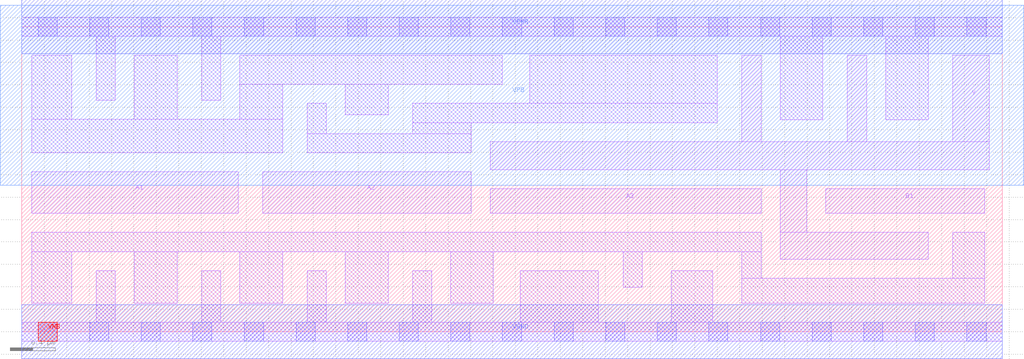
<source format=lef>
# Copyright 2020 The SkyWater PDK Authors
#
# Licensed under the Apache License, Version 2.0 (the "License");
# you may not use this file except in compliance with the License.
# You may obtain a copy of the License at
#
#     https://www.apache.org/licenses/LICENSE-2.0
#
# Unless required by applicable law or agreed to in writing, software
# distributed under the License is distributed on an "AS IS" BASIS,
# WITHOUT WARRANTIES OR CONDITIONS OF ANY KIND, either express or implied.
# See the License for the specific language governing permissions and
# limitations under the License.
#
# SPDX-License-Identifier: Apache-2.0

VERSION 5.7 ;
  NOWIREEXTENSIONATPIN ON ;
  DIVIDERCHAR "/" ;
  BUSBITCHARS "[]" ;
PROPERTYDEFINITIONS
  MACRO maskLayoutSubType STRING ;
  MACRO prCellType STRING ;
  MACRO originalViewName STRING ;
END PROPERTYDEFINITIONS
MACRO sky130_fd_sc_hdll__o31ai_4
  CLASS CORE ;
  FOREIGN sky130_fd_sc_hdll__o31ai_4 ;
  ORIGIN  0.000000  0.000000 ;
  SIZE  8.740000 BY  2.720000 ;
  SYMMETRY X Y R90 ;
  SITE unithd ;
  PIN A1
    ANTENNAGATEAREA  1.110000 ;
    DIRECTION INPUT ;
    USE SIGNAL ;
    PORT
      LAYER li1 ;
        RECT 0.090000 1.055000 1.930000 1.425000 ;
    END
  END A1
  PIN A2
    ANTENNAGATEAREA  1.110000 ;
    DIRECTION INPUT ;
    USE SIGNAL ;
    PORT
      LAYER li1 ;
        RECT 2.150000 1.055000 4.005000 1.425000 ;
    END
  END A2
  PIN A3
    ANTENNAGATEAREA  1.110000 ;
    DIRECTION INPUT ;
    USE SIGNAL ;
    PORT
      LAYER li1 ;
        RECT 4.175000 1.055000 6.590000 1.275000 ;
    END
  END A3
  PIN B1
    ANTENNAGATEAREA  1.110000 ;
    DIRECTION INPUT ;
    USE SIGNAL ;
    PORT
      LAYER li1 ;
        RECT 7.165000 1.055000 8.585000 1.275000 ;
    END
  END B1
  PIN VGND
    ANTENNADIFFAREA  1.725750 ;
    DIRECTION INOUT ;
    USE SIGNAL ;
    PORT
      LAYER met1 ;
        RECT 0.000000 -0.240000 8.740000 0.240000 ;
    END
  END VGND
  PIN VNB
    PORT
      LAYER pwell ;
        RECT 0.145000 -0.085000 0.315000 0.085000 ;
    END
  END VNB
  PIN VPB
    PORT
      LAYER nwell ;
        RECT -0.190000 1.305000 8.930000 2.910000 ;
    END
  END VPB
  PIN VPWR
    ANTENNADIFFAREA  1.160000 ;
    DIRECTION INOUT ;
    USE SIGNAL ;
    PORT
      LAYER met1 ;
        RECT 0.000000 2.480000 8.740000 2.960000 ;
    END
  END VPWR
  PIN Y
    ANTENNADIFFAREA  1.851000 ;
    DIRECTION OUTPUT ;
    USE SIGNAL ;
    PORT
      LAYER li1 ;
        RECT 4.175000 1.445000 8.625000 1.695000 ;
        RECT 6.420000 1.695000 6.590000 2.465000 ;
        RECT 6.760000 0.645000 8.080000 0.885000 ;
        RECT 6.760000 0.885000 6.995000 1.445000 ;
        RECT 7.360000 1.695000 7.530000 2.465000 ;
        RECT 8.300000 1.695000 8.625000 2.465000 ;
    END
  END Y
  OBS
    LAYER li1 ;
      RECT 0.000000 -0.085000 8.740000 0.085000 ;
      RECT 0.000000  2.635000 8.740000 2.805000 ;
      RECT 0.090000  0.255000 0.445000 0.715000 ;
      RECT 0.090000  0.715000 6.590000 0.885000 ;
      RECT 0.090000  1.595000 2.325000 1.895000 ;
      RECT 0.090000  1.895000 0.445000 2.465000 ;
      RECT 0.665000  0.085000 0.835000 0.545000 ;
      RECT 0.665000  2.065000 0.835000 2.635000 ;
      RECT 1.005000  0.255000 1.385000 0.715000 ;
      RECT 1.005000  1.895000 1.385000 2.465000 ;
      RECT 1.605000  0.085000 1.775000 0.545000 ;
      RECT 1.605000  2.065000 1.775000 2.635000 ;
      RECT 1.945000  0.255000 2.325000 0.715000 ;
      RECT 1.945000  1.895000 2.325000 2.205000 ;
      RECT 1.945000  2.205000 4.285000 2.465000 ;
      RECT 2.545000  0.085000 2.715000 0.545000 ;
      RECT 2.545000  1.595000 4.005000 1.765000 ;
      RECT 2.545000  1.765000 2.715000 2.035000 ;
      RECT 2.885000  0.255000 3.265000 0.715000 ;
      RECT 2.885000  1.935000 3.265000 2.205000 ;
      RECT 3.485000  0.085000 3.655000 0.545000 ;
      RECT 3.485000  1.765000 4.005000 1.865000 ;
      RECT 3.485000  1.865000 6.200000 2.035000 ;
      RECT 3.825000  0.255000 4.205000 0.715000 ;
      RECT 4.445000  0.085000 5.140000 0.545000 ;
      RECT 4.530000  2.035000 6.200000 2.465000 ;
      RECT 5.360000  0.395000 5.530000 0.715000 ;
      RECT 5.790000  0.085000 6.160000 0.545000 ;
      RECT 6.420000  0.255000 8.585000 0.475000 ;
      RECT 6.420000  0.475000 6.590000 0.715000 ;
      RECT 6.760000  1.890000 7.140000 2.635000 ;
      RECT 7.700000  1.890000 8.080000 2.635000 ;
      RECT 8.300000  0.475000 8.585000 0.885000 ;
    LAYER mcon ;
      RECT 0.145000 -0.085000 0.315000 0.085000 ;
      RECT 0.145000  2.635000 0.315000 2.805000 ;
      RECT 0.605000 -0.085000 0.775000 0.085000 ;
      RECT 0.605000  2.635000 0.775000 2.805000 ;
      RECT 1.065000 -0.085000 1.235000 0.085000 ;
      RECT 1.065000  2.635000 1.235000 2.805000 ;
      RECT 1.525000 -0.085000 1.695000 0.085000 ;
      RECT 1.525000  2.635000 1.695000 2.805000 ;
      RECT 1.985000 -0.085000 2.155000 0.085000 ;
      RECT 1.985000  2.635000 2.155000 2.805000 ;
      RECT 2.445000 -0.085000 2.615000 0.085000 ;
      RECT 2.445000  2.635000 2.615000 2.805000 ;
      RECT 2.905000 -0.085000 3.075000 0.085000 ;
      RECT 2.905000  2.635000 3.075000 2.805000 ;
      RECT 3.365000 -0.085000 3.535000 0.085000 ;
      RECT 3.365000  2.635000 3.535000 2.805000 ;
      RECT 3.825000 -0.085000 3.995000 0.085000 ;
      RECT 3.825000  2.635000 3.995000 2.805000 ;
      RECT 4.285000 -0.085000 4.455000 0.085000 ;
      RECT 4.285000  2.635000 4.455000 2.805000 ;
      RECT 4.745000 -0.085000 4.915000 0.085000 ;
      RECT 4.745000  2.635000 4.915000 2.805000 ;
      RECT 5.205000 -0.085000 5.375000 0.085000 ;
      RECT 5.205000  2.635000 5.375000 2.805000 ;
      RECT 5.665000 -0.085000 5.835000 0.085000 ;
      RECT 5.665000  2.635000 5.835000 2.805000 ;
      RECT 6.125000 -0.085000 6.295000 0.085000 ;
      RECT 6.125000  2.635000 6.295000 2.805000 ;
      RECT 6.585000 -0.085000 6.755000 0.085000 ;
      RECT 6.585000  2.635000 6.755000 2.805000 ;
      RECT 7.045000 -0.085000 7.215000 0.085000 ;
      RECT 7.045000  2.635000 7.215000 2.805000 ;
      RECT 7.505000 -0.085000 7.675000 0.085000 ;
      RECT 7.505000  2.635000 7.675000 2.805000 ;
      RECT 7.965000 -0.085000 8.135000 0.085000 ;
      RECT 7.965000  2.635000 8.135000 2.805000 ;
      RECT 8.425000 -0.085000 8.595000 0.085000 ;
      RECT 8.425000  2.635000 8.595000 2.805000 ;
  END
  PROPERTY maskLayoutSubType "abstract" ;
  PROPERTY prCellType "standard" ;
  PROPERTY originalViewName "layout" ;
END sky130_fd_sc_hdll__o31ai_4
END LIBRARY

</source>
